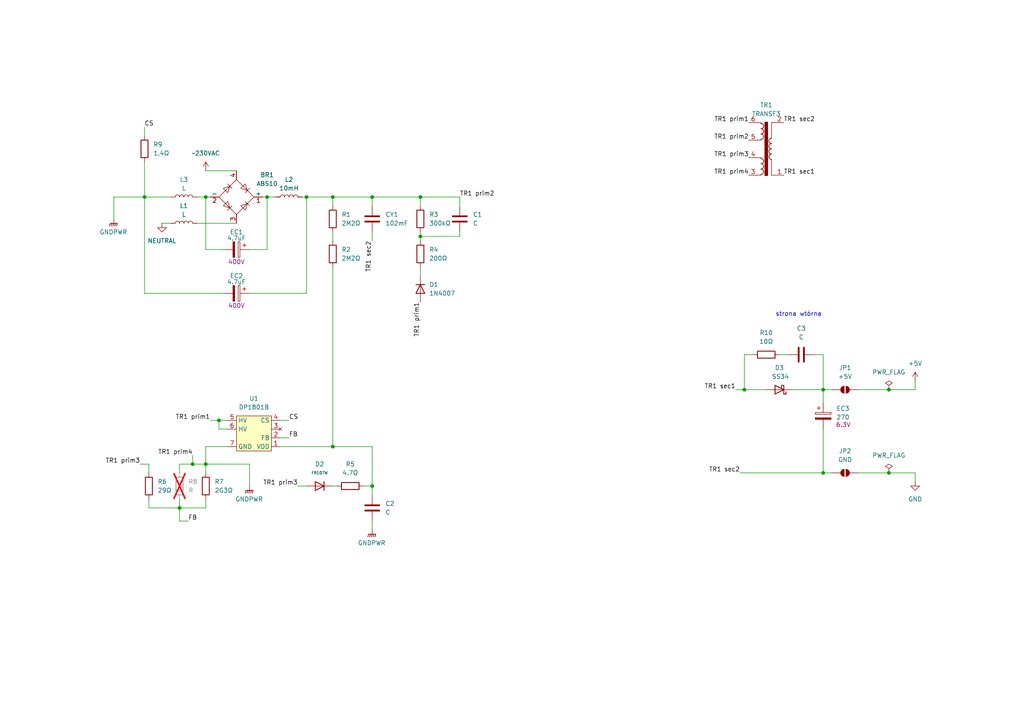
<source format=kicad_sch>
(kicad_sch (version 20250114) (generator "eeschema") (generator_version "9.0")
  (paper "A4")
  (title_block (title "air conditioner") (date "2025-07-06") (rev "0"))
  (lib_symbols
    (symbol "DP1801B:DP1801B"
      (property "Reference" "U" (at -3.81 8.89 0))
      (property "Value" "DP1801B" (at 0 6.35 0))
      (symbol "DP1801B_0_0"
        (pin power_in line (at -7.62 3.81 0) (length 2.54) (name "VDD") (number "1"))
        (pin input line (at -7.62 1.27 0) (length 2.54) (name "FB") (number "2"))
        (pin no_connect line (at -7.62 -1.27 0) (length 2.54) (name "") (number "3"))
        (pin input line (at -7.62 -3.81 0) (length 2.54) (name "CS") (number "4"))
        (pin power_in line (at 7.62 3.81 180) (length 2.54) (name "GND") (number "7"))
        (pin power_out line (at 7.62 -1.27 180) (length 2.54) (name "HV") (number "6"))
        (pin power_out line (at 7.62 -3.81 180) (length 2.54) (name "HV") (number "5"))
      )
      (symbol "DP1801B_0_1"
        (rectangle (start -5.08 5.08) (end 5.08 -5.08) (fill (type background)))
      )
    )
    (symbol "Device:C" (pin_numbers (hide yes)) (pin_names (offset 0.254))
      (property "Reference" "C" (at 0.635 2.54 0))
      (property "Value" "C" (at 0.635 -2.54 0))
      (symbol "C_0_1"
        (polyline (pts (xy -2.032 0.762) (xy 2.032 0.762)) (stroke (width 0.508)))
        (polyline (pts (xy -2.032 -0.762) (xy 2.032 -0.762)) (stroke (width 0.508)))
      )
      (symbol "C_1_1"
        (pin passive line (at 0 3.81 270) (length 2.794) (name "~") (number "1"))
        (pin passive line (at 0 -3.81 90) (length 2.794) (name "~") (number "2"))
      )
    )
    (symbol "Device:C_Polarized" (pin_numbers (hide yes)) (pin_names (offset 0.254))
      (property "Reference" "C" (at 0.635 2.54 0))
      (property "Value" "C_Polarized" (at 0.635 -2.54 0))
      (symbol "C_Polarized_0_1"
        (rectangle (start -2.286 0.508) (end 2.286 1.016))
        (polyline (pts (xy -1.778 2.286) (xy -0.762 2.286)))
        (polyline (pts (xy -1.27 2.794) (xy -1.27 1.778)))
        (rectangle (start 2.286 -0.508) (end -2.286 -1.016) (fill (type outline)))
      )
      (symbol "C_Polarized_1_1"
        (pin passive line (at 0 3.81 270) (length 2.794) (name "~") (number "1"))
        (pin passive line (at 0 -3.81 90) (length 2.794) (name "~") (number "2"))
      )
    )
    (symbol "Device:L" (pin_numbers (hide yes)) (pin_names (offset 1.016) (hide yes))
      (property "Reference" "L" (at -1.27 0 90))
      (property "Value" "L" (at 1.905 0 90))
      (symbol "L_0_1"
        (arc (start 0 2.54) (mid 0.6323 1.905) (end 0 1.27))
        (arc (start 0 1.27) (mid 0.6323 0.635) (end 0 0))
        (arc (start 0 0) (mid 0.6323 -0.635) (end 0 -1.27))
        (arc (start 0 -1.27) (mid 0.6323 -1.905) (end 0 -2.54))
      )
      (symbol "L_1_1"
        (pin passive line (at 0 3.81 270) (length 1.27) (name "1") (number "1"))
        (pin passive line (at 0 -3.81 90) (length 1.27) (name "2") (number "2"))
      )
    )
    (symbol "Device:R" (pin_numbers (hide yes)) (pin_names (offset 0))
      (property "Reference" "R" (at 2.032 0 90))
      (property "Value" "R" (at 0 0 90))
      (symbol "R_0_1"
        (rectangle (start -1.016 -2.54) (end 1.016 2.54) (stroke (width 0.254)))
      )
      (symbol "R_1_1"
        (pin passive line (at 0 3.81 270) (length 1.27) (name "~") (number "1"))
        (pin passive line (at 0 -3.81 90) (length 1.27) (name "~") (number "2"))
      )
    )
    (symbol "Diode:1N4007" (pin_numbers (hide yes)) (pin_names (hide yes))
      (property "Reference" "D" (at 0 2.54 0))
      (property "Value" "1N4007" (at 0 -2.54 0))
      (symbol "1N4007_0_1"
        (polyline (pts (xy -1.27 1.27) (xy -1.27 -1.27)) (stroke (width 0.254)))
        (polyline (pts (xy 1.27 1.27) (xy 1.27 -1.27) (xy -1.27 0) (xy 1.27 1.27)) (stroke (width 0.254)))
        (polyline (pts (xy 1.27 0) (xy -1.27 0)))
      )
      (symbol "1N4007_1_1"
        (pin passive line (at -3.81 0 0) (length 2.54) (name "K") (number "1"))
        (pin passive line (at 3.81 0 180) (length 2.54) (name "A") (number "2"))
      )
    )
    (symbol "Diode:SS34" (pin_numbers (hide yes)) (pin_names (offset 1.016) (hide yes))
      (property "Reference" "D" (at 0 2.54 0))
      (property "Value" "SS34" (at 0 -2.54 0))
      (symbol "SS34_0_1"
        (polyline (pts (xy -1.905 0.635) (xy -1.905 1.27) (xy -1.27 1.27) (xy -1.27 -1.27) (xy -0.635 -1.27) (xy -0.635 -0.635)) (stroke (width 0.254)))
        (polyline (pts (xy 1.27 1.27) (xy 1.27 -1.27) (xy -1.27 0) (xy 1.27 1.27)) (stroke (width 0.254)))
        (polyline (pts (xy 1.27 0) (xy -1.27 0)))
      )
      (symbol "SS34_1_1"
        (pin passive line (at -3.81 0 0) (length 2.54) (name "K") (number "1"))
        (pin passive line (at 3.81 0 180) (length 2.54) (name "A") (number "2"))
      )
    )
    (symbol "Diode_Bridge:ABS10" (pin_names (offset 0))
      (property "Reference" "D" (at 2.54 6.985 0))
      (property "Value" "ABS10" (at 2.54 5.08 0))
      (symbol "ABS10_0_1"
        (polyline (pts (xy -5.08 0) (xy 0 -5.08) (xy 5.08 0) (xy 0 5.08) (xy -5.08 0)))
        (polyline (pts (xy -3.81 2.54) (xy -2.54 1.27) (xy -1.905 3.175) (xy -3.81 2.54)))
        (polyline (pts (xy -2.54 3.81) (xy -1.27 2.54)))
        (polyline (pts (xy -2.54 -1.27) (xy -3.81 -2.54) (xy -1.905 -3.175) (xy -2.54 -1.27)))
        (polyline (pts (xy -1.27 -2.54) (xy -2.54 -3.81)))
        (polyline (pts (xy 1.27 2.54) (xy 2.54 3.81) (xy 3.175 1.905) (xy 1.27 2.54)))
        (polyline (pts (xy 2.54 1.27) (xy 3.81 2.54)))
        (polyline (pts (xy 2.54 -1.27) (xy 3.81 -2.54)))
        (polyline (pts (xy 3.175 -1.905) (xy 1.27 -2.54) (xy 2.54 -3.81) (xy 3.175 -1.905)))
      )
      (symbol "ABS10_1_1"
        (pin passive line (at -7.62 0 0) (length 2.54) (name "-") (number "2"))
        (pin passive line (at 0 7.62 270) (length 2.54) (name "~") (number "4"))
        (pin passive line (at 0 -7.62 90) (length 2.54) (name "~") (number "3"))
        (pin passive line (at 7.62 0 180) (length 2.54) (name "+") (number "1"))
      )
    )
    (symbol "Jumper:SolderJumper_2_Open" (pin_numbers (hide yes)) (pin_names (offset 0) (hide yes)) (in_bom no)
      (property "Reference" "JP" (at 0 2.032 0))
      (property "Value" "SolderJumper_2_Open" (at 0 -2.54 0))
      (symbol "SolderJumper_2_Open_0_1"
        (polyline (pts (xy -0.254 1.016) (xy -0.254 -1.016)))
        (arc (start -0.254 -1.016) (mid -1.2656 0) (end -0.254 1.016))
        (arc (start -0.254 -1.016) (mid -1.2656 0) (end -0.254 1.016) (fill (type outline)))
        (arc (start 0.254 1.016) (mid 1.2656 0) (end 0.254 -1.016))
        (arc (start 0.254 1.016) (mid 1.2656 0) (end 0.254 -1.016) (fill (type outline)))
        (polyline (pts (xy 0.254 1.016) (xy 0.254 -1.016)))
      )
      (symbol "SolderJumper_2_Open_1_1"
        (pin passive line (at -3.81 0 0) (length 2.54) (name "A") (number "1"))
        (pin passive line (at 3.81 0 180) (length 2.54) (name "B") (number "2"))
      )
    )
    (symbol "PCM_JLCPCB-Diodes:Recovery,FR107W" (pin_numbers (hide yes)) (pin_names (offset 0))
      (property "Reference" "D" (at 2.032 0.834 0))
      (property "Value" "FR107W" (at 2.032 -1.2122 0))
      (symbol "Recovery,FR107W_0_1"
        (polyline (pts (xy -1.27 1.27) (xy 0 -1.27) (xy 1.27 1.27) (xy -1.27 1.27)) (stroke (width 0.254)))
        (polyline (pts (xy -1.27 -1.27) (xy 1.27 -1.27)) (stroke (width 0.254)))
      )
      (symbol "Recovery,FR107W_1_1"
        (pin passive line (at 0 3.81 270) (length 3.81) (name "~") (number "2"))
        (pin passive line (at 0 -3.81 90) (length 3.81) (name "~") (number "1"))
      )
    )
    (symbol "Transformer:TRANSF3" (pin_names (offset 0))
      (property "Reference" "TR" (at 0 8.89 0))
      (property "Value" "TRANSF3" (at 0 -8.89 0))
      (symbol "TRANSF3_0_1"
        (polyline (pts (xy -2.54 -7.62) (xy -1.524 -7.62) (xy -1.524 -3.048) (xy -1.524 -4.318)))
        (arc (start -1.524 3.048) (mid -0.7653 2.286) (end -1.524 1.524) (stroke (width 0.2032)))
        (arc (start -1.524 1.524) (mid -0.7653 0.762) (end -1.524 0) (stroke (width 0.2032)))
        (arc (start -1.524 0) (mid -0.7653 -0.762) (end -1.524 -1.524) (stroke (width 0.2032)))
        (arc (start -1.524 -1.524) (mid -0.7653 -2.286) (end -1.524 -3.048) (stroke (width 0.2032)))
        (polyline (pts (xy -1.524 3.048) (xy -1.524 7.62) (xy -2.54 7.62)))
        (rectangle (start -0.254 7.62) (end 0.254 -7.62) (stroke (width 0.508)) (fill (type outline)))
        (polyline (pts (xy 1.524 7.62) (xy 1.524 7.366) (xy 1.524 7.366)) (fill (type outline)))
        (polyline (pts (xy 1.524 7.62) (xy 2.54 7.62) (xy 2.54 7.62)))
        (polyline (pts (xy 1.524 2.54) (xy 1.524 2.794) (xy 1.524 2.794)) (fill (type outline)))
        (polyline (pts (xy 1.524 2.54) (xy 2.54 2.54) (xy 2.54 2.54)))
        (polyline (pts (xy 1.524 -2.54) (xy 1.524 -2.794) (xy 1.524 -2.794)) (fill (type outline)))
        (polyline (pts (xy 1.524 -2.54) (xy 2.54 -2.54) (xy 2.54 -2.54)))
        (polyline (pts (xy 1.524 -7.366) (xy 1.524 -7.62) (xy 1.524 -7.62)) (fill (type outline)))
        (arc (start 1.524 5.842) (mid 0.7653 6.604) (end 1.524 7.366) (stroke (width 0.2032)))
        (arc (start 1.524 4.318) (mid 0.7653 5.08) (end 1.524 5.842) (stroke (width 0.2032)))
        (arc (start 1.524 2.794) (mid 0.7653 3.556) (end 1.524 4.318) (stroke (width 0.2032)))
        (arc (start 1.524 -4.318) (mid 0.7653 -3.556) (end 1.524 -2.794) (stroke (width 0.2032)))
        (arc (start 1.524 -5.842) (mid 0.7653 -5.08) (end 1.524 -4.318) (stroke (width 0.2032)))
        (arc (start 1.524 -7.366) (mid 0.7653 -6.604) (end 1.524 -5.842) (stroke (width 0.2032)))
        (polyline (pts (xy 2.54 -7.62) (xy 1.524 -7.62) (xy 1.524 -7.62)))
      )
      (symbol "TRANSF3_1_1"
        (pin passive line (at -5.08 7.62 0) (length 2.54) (name "~") (number "1"))
        (pin passive line (at -5.08 -7.62 0) (length 2.54) (name "~") (number "2"))
        (pin passive line (at 5.08 7.62 180) (length 2.54) (name "~") (number "3"))
        (pin passive line (at 5.08 2.54 180) (length 2.54) (name "~") (number "4"))
        (pin passive line (at 5.08 -2.54 180) (length 2.54) (name "~") (number "5"))
        (pin passive line (at 5.08 -7.62 180) (length 2.54) (name "~") (number "6"))
      )
    )
    (symbol "power:+1V0" (power) (pin_numbers (hide yes)) (pin_names (offset 0) (hide yes))
      (property "Value" "+1V0" (at 0 3.556 0))
      (symbol "+1V0_0_1"
        (polyline (pts (xy -0.762 1.27) (xy 0 2.54)))
        (polyline (pts (xy 0 2.54) (xy 0.762 1.27)))
        (polyline (pts (xy 0 0) (xy 0 2.54)))
      )
      (symbol "+1V0_1_1"
        (pin power_in line (at 0 0 90) (length 0) (name "~") (number "1"))
      )
    )
    (symbol "power:+5V" (power) (pin_numbers (hide yes)) (pin_names (offset 0) (hide yes))
      (property "Value" "+5V" (at 0 3.556 0))
      (symbol "+5V_0_1"
        (polyline (pts (xy -0.762 1.27) (xy 0 2.54)))
        (polyline (pts (xy 0 2.54) (xy 0.762 1.27)))
        (polyline (pts (xy 0 0) (xy 0 2.54)))
      )
      (symbol "+5V_1_1"
        (pin power_in line (at 0 0 90) (length 0) (name "~") (number "1"))
      )
    )
    (symbol "power:GND" (power) (pin_numbers (hide yes)) (pin_names (offset 0) (hide yes))
      (property "Value" "GND" (at 0 -3.81 0))
      (symbol "GND_0_1"
        (polyline (pts (xy 0 0) (xy 0 -1.27) (xy 1.27 -1.27) (xy 0 -2.54) (xy -1.27 -1.27) (xy 0 -1.27)))
      )
      (symbol "GND_1_1"
        (pin power_in line (at 0 0 270) (length 0) (name "~") (number "1"))
      )
    )
    (symbol "power:GNDPWR" (power) (pin_numbers (hide yes)) (pin_names (offset 0) (hide yes))
      (property "Value" "GNDPWR" (at 0 -3.302 0))
      (symbol "GNDPWR_0_1"
        (polyline (pts (xy -1.016 -1.27) (xy -1.27 -2.032) (xy -1.27 -2.032)) (stroke (width 0.2032)))
        (polyline (pts (xy -0.508 -1.27) (xy -0.762 -2.032) (xy -0.762 -2.032)) (stroke (width 0.2032)))
        (polyline (pts (xy 0 -1.27) (xy 0 0)))
        (polyline (pts (xy 0 -1.27) (xy -0.254 -2.032) (xy -0.254 -2.032)) (stroke (width 0.2032)))
        (polyline (pts (xy 0.508 -1.27) (xy 0.254 -2.032) (xy 0.254 -2.032)) (stroke (width 0.2032)))
        (polyline (pts (xy 1.016 -1.27) (xy -1.016 -1.27) (xy -1.016 -1.27)) (stroke (width 0.2032)))
        (polyline (pts (xy 1.016 -1.27) (xy 0.762 -2.032) (xy 0.762 -2.032) (xy 0.762 -2.032)) (stroke (width 0.2032)))
      )
      (symbol "GNDPWR_1_1"
        (pin power_in line (at 0 0 270) (length 0) (name "~") (number "1"))
      )
    )
    (symbol "power:PWR_FLAG" (power) (pin_numbers (hide yes)) (pin_names (offset 0) (hide yes))
      (property "Value" "PWR_FLAG" (at 0 3.81 0))
      (symbol "PWR_FLAG_0_0"
        (pin power_out line (at 0 0 90) (length 0) (name "~") (number "1"))
      )
      (symbol "PWR_FLAG_0_1"
        (polyline (pts (xy 0 0) (xy 0 1.27) (xy -1.016 1.905) (xy 0 2.54) (xy 1.016 1.905) (xy 0 1.27)))
      )
    )
  )
  (text "strona wtórna" (at 231.648 91.186 0) (effects (font (size 1.27 1.27))))
  (junction (at 107.95 57.15))
  (junction (at 63.5 121.92))
  (junction (at 257.81 137.16))
  (junction (at 107.95 140.97))
  (junction (at 121.92 68.58))
  (junction (at 77.47 57.15))
  (junction (at 59.69 134.62))
  (junction (at 55.88 134.62))
  (junction (at 96.52 129.54))
  (junction (at 52.07 147.32))
  (junction (at 121.92 57.15))
  (junction (at 215.9 113.03))
  (junction (at 88.9 57.15))
  (junction (at 41.91 57.15))
  (junction (at 238.76 137.16))
  (junction (at 59.69 57.15))
  (junction (at 96.52 57.15))
  (junction (at 257.81 113.03))
  (junction (at 238.76 113.03))
  (wire (pts (xy 121.92 57.15) (xy 133.35 57.15)))
  (wire (pts (xy 59.69 57.15) (xy 60.96 57.15)))
  (wire (pts (xy 229.87 113.03) (xy 238.76 113.03)))
  (wire (pts (xy 41.91 46.99) (xy 41.91 57.15)))
  (wire (pts (xy 59.69 129.54) (xy 66.04 129.54)))
  (wire (pts (xy 63.5 124.46) (xy 66.04 124.46)))
  (wire (pts (xy 88.9 57.15) (xy 88.9 85.09)))
  (wire (pts (xy 33.02 57.15) (xy 41.91 57.15)))
  (wire (pts (xy 265.43 110.49) (xy 265.43 113.03)))
  (wire (pts (xy 60.96 121.92) (xy 63.5 121.92)))
  (wire (pts (xy 59.69 49.53) (xy 68.58 49.53)))
  (wire (pts (xy 265.43 113.03) (xy 257.81 113.03)))
  (wire (pts (xy 43.18 147.32) (xy 52.07 147.32)))
  (wire (pts (xy 83.82 121.92) (xy 81.28 121.92)))
  (wire (pts (xy 72.39 72.39) (xy 77.47 72.39)))
  (wire (pts (xy 214.63 137.16) (xy 238.76 137.16)))
  (wire (pts (xy 59.69 144.78) (xy 59.69 147.32)))
  (wire (pts (xy 64.77 72.39) (xy 59.69 72.39)))
  (wire (pts (xy 59.69 72.39) (xy 59.69 57.15)))
  (wire (pts (xy 72.39 140.97) (xy 72.39 134.62)))
  (wire (pts (xy 265.43 139.7) (xy 265.43 137.16)))
  (wire (pts (xy 43.18 134.62) (xy 43.18 137.16)))
  (wire (pts (xy 107.95 69.85) (xy 107.95 67.31)))
  (wire (pts (xy 40.64 134.62) (xy 43.18 134.62)))
  (wire (pts (xy 88.9 85.09) (xy 72.39 85.09)))
  (wire (pts (xy 121.92 77.47) (xy 121.92 80.01)))
  (wire (pts (xy 248.92 137.16) (xy 257.81 137.16)))
  (wire (pts (xy 96.52 57.15) (xy 107.95 57.15)))
  (wire (pts (xy 96.52 59.69) (xy 96.52 57.15)))
  (wire (pts (xy 59.69 134.62) (xy 59.69 129.54)))
  (wire (pts (xy 96.52 140.97) (xy 97.79 140.97)))
  (wire (pts (xy 121.92 59.69) (xy 121.92 57.15)))
  (wire (pts (xy 52.07 147.32) (xy 59.69 147.32)))
  (wire (pts (xy 59.69 134.62) (xy 59.69 137.16)))
  (wire (pts (xy 55.88 132.08) (xy 55.88 134.62)))
  (wire (pts (xy 87.63 57.15) (xy 88.9 57.15)))
  (wire (pts (xy 57.15 57.15) (xy 59.69 57.15)))
  (wire (pts (xy 215.9 113.03) (xy 222.25 113.03)))
  (wire (pts (xy 215.9 102.87) (xy 215.9 113.03)))
  (wire (pts (xy 107.95 59.69) (xy 107.95 57.15)))
  (wire (pts (xy 133.35 68.58) (xy 121.92 68.58)))
  (wire (pts (xy 105.41 140.97) (xy 107.95 140.97)))
  (wire (pts (xy 121.92 67.31) (xy 121.92 68.58)))
  (wire (pts (xy 86.36 140.97) (xy 88.9 140.97)))
  (wire (pts (xy 228.6 102.87) (xy 226.06 102.87)))
  (wire (pts (xy 46.99 64.77) (xy 49.53 64.77)))
  (wire (pts (xy 238.76 137.16) (xy 241.3 137.16)))
  (wire (pts (xy 133.35 67.31) (xy 133.35 68.58)))
  (wire (pts (xy 238.76 124.46) (xy 238.76 137.16)))
  (wire (pts (xy 248.92 113.03) (xy 257.81 113.03)))
  (wire (pts (xy 43.18 144.78) (xy 43.18 147.32)))
  (wire (pts (xy 238.76 102.87) (xy 238.76 113.03)))
  (wire (pts (xy 238.76 116.84) (xy 238.76 113.03)))
  (wire (pts (xy 96.52 57.15) (xy 88.9 57.15)))
  (wire (pts (xy 81.28 129.54) (xy 96.52 129.54)))
  (wire (pts (xy 52.07 144.78) (xy 52.07 147.32)))
  (wire (pts (xy 107.95 153.67) (xy 107.95 151.13)))
  (wire (pts (xy 77.47 57.15) (xy 80.01 57.15)))
  (wire (pts (xy 72.39 134.62) (xy 59.69 134.62)))
  (wire (pts (xy 63.5 121.92) (xy 66.04 121.92)))
  (wire (pts (xy 41.91 85.09) (xy 41.91 57.15)))
  (wire (pts (xy 107.95 140.97) (xy 107.95 143.51)))
  (wire (pts (xy 83.82 127) (xy 81.28 127)))
  (wire (pts (xy 107.95 57.15) (xy 121.92 57.15)))
  (wire (pts (xy 236.22 102.87) (xy 238.76 102.87)))
  (wire (pts (xy 64.77 85.09) (xy 41.91 85.09)))
  (wire (pts (xy 77.47 72.39) (xy 77.47 57.15)))
  (wire (pts (xy 213.36 113.03) (xy 215.9 113.03)))
  (wire (pts (xy 52.07 137.16) (xy 52.07 134.62)))
  (wire (pts (xy 52.07 134.62) (xy 55.88 134.62)))
  (wire (pts (xy 63.5 121.92) (xy 63.5 124.46)))
  (wire (pts (xy 218.44 102.87) (xy 215.9 102.87)))
  (wire (pts (xy 96.52 77.47) (xy 96.52 129.54)))
  (wire (pts (xy 96.52 129.54) (xy 107.95 129.54)))
  (wire (pts (xy 121.92 68.58) (xy 121.92 69.85)))
  (wire (pts (xy 76.2 57.15) (xy 77.47 57.15)))
  (wire (pts (xy 57.15 64.77) (xy 68.58 64.77)))
  (wire (pts (xy 54.61 151.13) (xy 52.07 151.13)))
  (wire (pts (xy 265.43 137.16) (xy 257.81 137.16)))
  (wire (pts (xy 41.91 57.15) (xy 49.53 57.15)))
  (wire (pts (xy 41.91 36.83) (xy 41.91 39.37)))
  (wire (pts (xy 107.95 129.54) (xy 107.95 140.97)))
  (wire (pts (xy 96.52 67.31) (xy 96.52 69.85)))
  (wire (pts (xy 133.35 59.69) (xy 133.35 57.15)))
  (wire (pts (xy 33.02 63.5) (xy 33.02 57.15)))
  (wire (pts (xy 52.07 151.13) (xy 52.07 147.32)))
  (wire (pts (xy 55.88 134.62) (xy 59.69 134.62)))
  (wire (pts (xy 238.76 113.03) (xy 241.3 113.03)))
  (label "TR1 prim4" (at 55.88 132.08 180))
  (label "TR1 prim1" (at 60.96 121.92 180))
  (label "TR1 prim3" (at 86.36 140.97 180))
  (label "TR1 prim4" (at 217.17 50.8 180))
  (label "TR1 prim1" (at 217.17 35.56 180))
  (label "CS" (at 41.91 36.83 0))
  (label "FB" (at 83.82 127 0))
  (label "TR1 sec2" (at 214.63 137.16 180))
  (label "TR1 prim3" (at 40.64 134.62 180))
  (label "TR1 sec1" (at 227.33 50.8 0))
  (label "TR1 prim2" (at 133.35 57.15 0))
  (label "TR1 sec1" (at 213.36 113.03 180))
  (label "TR1 sec2" (at 227.33 35.56 0))
  (label "TR1 sec2" (at 107.95 69.85 270))
  (label "TR1 prim1" (at 121.92 87.63 270))
  (label "TR1 prim3" (at 217.17 45.72 180))
  (label "TR1 prim2" (at 217.17 40.64 180))
  (label "FB" (at 54.61 151.13 0))
  (label "CS" (at 83.82 121.92 0))
  (symbol (lib_id "Device:L") (at 83.82 57.15 90) (unit 1)
    (property "Reference" "L2" (at 83.82 52.07 90))
    (property "Value" "10mH" (at 83.82 54.61 90))
    (property "Footprint" "Inductor_THT:L_Axial_L7.0mm_D3.3mm_P12.70mm_Horizontal_Fastron_MICC" (effects (hide yes)))
    (property "Description" "Inductor" (effects (hide yes)))
  )
  (symbol (lib_id "power:GNDPWR") (at 72.39 140.97 0) (unit 1)
    (property "Reference" "#PWR05" (effects (hide yes)))
    (property "Value" "GNDPWR" (at 72.263 144.78 0))
    (property "Description" "Power symbol creates a global label with name \"GNDPWR\" , global ground" (effects (hide yes)))
  )
  (symbol (lib_id "Jumper:SolderJumper_2_Open") (at 245.11 113.03 0) (unit 1) (in_bom no)
    (property "Reference" "JP1" (at 245.11 106.68 0))
    (property "Value" "+5V" (at 245.11 109.22 0))
    (property "Footprint" "Jumper:SolderJumper-2_P1.3mm_Open_RoundedPad1.0x1.5mm" (effects (hide yes)))
    (property "Description" "Solder Jumper, 2-pole, open" (effects (hide yes)))
  )
  (symbol (lib_id "Device:R") (at 121.92 73.66 0) (unit 1)
    (property "Reference" "R4" (at 124.46 72.3899 0) (effects (justify left)))
    (property "Value" "200Ω" (at 124.46 74.9299 0) (effects (justify left)))
    (property "Footprint" "Resistor_SMD:R_1206_3216Metric_Pad1.30x1.75mm_HandSolder" (effects (hide yes)))
    (property "Description" "Resistor" (effects (hide yes)))
  )
  (symbol (lib_id "Device:R") (at 222.25 102.87 270) (unit 1)
    (property "Reference" "R10" (at 222.25 96.52 90))
    (property "Value" "10Ω" (at 222.25 99.06 90))
    (property "Footprint" "Resistor_SMD:R_0603_1608Metric_Pad0.98x0.95mm_HandSolder" (effects (hide yes)))
    (property "Description" "Resistor" (effects (hide yes)))
  )
  (symbol (lib_id "Device:R") (at 43.18 140.97 0) (unit 1)
    (property "Reference" "R6" (at 45.72 139.6999 0) (effects (justify left)))
    (property "Value" "29Ω" (at 45.72 142.2399 0) (effects (justify left)))
    (property "Footprint" "Resistor_SMD:R_0603_1608Metric_Pad0.98x0.95mm_HandSolder" (effects (hide yes)))
    (property "Description" "Resistor" (effects (hide yes)))
  )
  (symbol (lib_id "power:+1V0") (at 59.69 49.53 0) (unit 1)
    (property "Reference" "#PWR01" (effects (hide yes)))
    (property "Value" "~230VAC" (at 59.69 44.45 0))
    (property "Description" "Power symbol creates a global label with name \"+1V0\"" (effects (hide yes)))
  )
  (symbol (lib_id "Diode_Bridge:ABS10") (at 68.58 57.15 0) (unit 1)
    (property "Reference" "BR1" (at 77.47 50.7298 0))
    (property "Value" "ABS10" (at 77.47 53.2698 0))
    (property "Footprint" "Diode_SMD:Diode_Bridge_Diotec_ABS" (effects (hide yes)))
    (property "Datasheet" "https://diotec.com/tl_files/diotec/files/pdf/datasheets/abs2.pdf" (effects (hide yes)))
    (property "Description" "Miniature Glass Passivated Single-Phase Surface Mount Bridge Rectifiers, 700V Vrms, 0.8A If, ABS SMD package" (effects (hide yes)))
  )
  (symbol (lib_id "Device:C") (at 107.95 63.5 0) (unit 1)
    (property "Reference" "CY1" (at 111.76 62.2299 0) (effects (justify left)))
    (property "Value" "102mF" (at 111.76 64.7699 0) (effects (justify left)))
    (property "Footprint" "Capacitor_THT:C_Disc_D8.0mm_W5.0mm_P7.50mm" (effects (hide yes)))
    (property "Description" "Unpolarized capacitor" (effects (hide yes)))
  )
  (symbol (lib_id "Device:R") (at 52.07 140.97 0) (unit 1) (dnp yes)
    (property "Reference" "R8" (at 54.61 139.6999 0) (effects (justify left)))
    (property "Value" "R" (at 54.61 142.2399 0) (effects (justify left)))
    (property "Footprint" "Resistor_SMD:R_0603_1608Metric_Pad0.98x0.95mm_HandSolder" (effects (hide yes)))
    (property "Description" "Resistor" (effects (hide yes)))
  )
  (symbol (lib_id "power:PWR_FLAG") (at 257.81 137.16 0) (unit 1)
    (property "Reference" "#FLG02" (effects (hide yes)))
    (property "Value" "PWR_FLAG" (at 257.81 132.08 0))
    (property "Description" "Special symbol for telling ERC where power comes from" (effects (hide yes)))
  )
  (symbol (lib_id "Diode:SS34") (at 226.06 113.03 180) (unit 1)
    (property "Reference" "D3" (at 226.06 106.68 0))
    (property "Value" "SS34" (at 226.3775 109.22 0))
    (property "Footprint" "Diode_SMD:D_SMA" (effects (hide yes)))
    (property "Datasheet" "https://www.vishay.com/docs/88751/ss32.pdf" (effects (hide yes)))
    (property "Description" "40V 3A Schottky Diode, SMA" (effects (hide yes)))
  )
  (symbol (lib_id "PCM_JLCPCB-Diodes:Recovery,FR107W") (at 92.71 140.97 90) (unit 1)
    (property "Reference" "D2" (at 92.71 134.62 90))
    (property "Value" "FR107W" (at 92.71 137.16 90) (effects (font (size 0.8 0.8))))
    (property "Footprint" "PCM_JLCPCB:D_SOD-123FL" (effects (hide yes)))
    (property "Datasheet" "https://wmsc.lcsc.com/wmsc/upload/file/pdf/v2/lcsc/2309251425_hongjiacheng-FR107W_C18199114.pdf" (effects (hide yes)))
    (property "Description" "1.3V@1.0A 500ns Independent Type 1A 1kV SOD-123FL Fast Recovery / High Efficiency Diodes ROHS" (effects (hide yes)))
    (property "LCSC" "C18199114" (effects (hide yes)))
    (property "Stock" "32843" (effects (hide yes)))
    (property "Price" "0.010USD" (effects (hide yes)))
    (property "Process" "SMT" (effects (hide yes)))
    (property "Minimum Qty" "15" (effects (hide yes)))
    (property "Attrition Qty" "4" (effects (hide yes)))
    (property "Class" "Preferred Component" (effects (hide yes)))
    (property "Category" "Diodes,Fast Recovery / High Efficiency Diodes" (effects (hide yes)))
    (property "Manufacturer" "hongjiacheng" (effects (hide yes)))
    (property "Part" "FR107W" (effects (hide yes)))
    (property "Voltage - Forward(Vf@If)" "1.3V@1.0A" (effects (hide yes)))
    (property "Operating Temperature" "-55°C~+150°C" (effects (hide yes)))
    (property "Voltage - DC Reverse(Vr)" "1000V" (effects (hide yes)))
    (property "Reverse Recovery Time (trr)" "500ns" (effects (hide yes)))
    (property "Diode Configuration" "Independent Type" (effects (hide yes)))
    (property "Current - Rectified" "1A" (effects (hide yes)))
    (property "Reverse Leakage Current (Ir)" "2uA@1000V" (effects (hide yes)))
  )
  (symbol (lib_id "power:GNDPWR") (at 107.95 153.67 0) (unit 1)
    (property "Reference" "#PWR04" (effects (hide yes)))
    (property "Value" "GNDPWR" (at 107.823 157.48 0))
    (property "Description" "Power symbol creates a global label with name \"GNDPWR\" , global ground" (effects (hide yes)))
  )
  (symbol (lib_id "Device:C") (at 133.35 63.5 0) (unit 1)
    (property "Reference" "C1" (at 137.16 62.2299 0) (effects (justify left)))
    (property "Value" "C" (at 137.16 64.7699 0) (effects (justify left)))
    (property "Footprint" "Capacitor_SMD:C_1206_3216Metric_Pad1.33x1.80mm_HandSolder" (effects (hide yes)))
    (property "Description" "Unpolarized capacitor" (effects (hide yes)))
  )
  (symbol (lib_id "Device:R") (at 41.91 43.18 0) (unit 1)
    (property "Reference" "R9" (at 44.45 41.9099 0) (effects (justify left)))
    (property "Value" "1.4Ω" (at 44.45 44.4499 0) (effects (justify left)))
    (property "Footprint" "Resistor_SMD:R_1206_3216Metric_Pad1.30x1.75mm_HandSolder" (effects (hide yes)))
    (property "Description" "Resistor" (effects (hide yes)))
  )
  (symbol (lib_id "Device:C_Polarized") (at 238.76 120.65 0) (unit 1)
    (property "Reference" "EC3" (at 242.57 118.4909 0) (effects (justify left)))
    (property "Value" "270" (at 242.57 121.0309 0) (effects (justify left)))
    (property "Footprint" "Capacitor_THT:CP_Radial_D5.0mm_P2.50mm" (effects (hide yes)))
    (property "Description" "Polarized capacitor" (effects (hide yes)))
    (property "voltage" "6.3V" (at 244.602 123.19 0))
  )
  (symbol (lib_id "Device:L") (at 53.34 64.77 90) (unit 1)
    (property "Reference" "L1" (at 53.34 59.69 90))
    (property "Value" "L" (at 53.34 62.23 90))
    (property "Footprint" "Inductor_THT:L_Axial_L9.5mm_D4.0mm_P12.70mm_Horizontal_Fastron_SMCC" (effects (hide yes)))
    (property "Description" "Inductor" (effects (hide yes)))
  )
  (symbol (lib_id "Jumper:SolderJumper_2_Open") (at 245.11 137.16 0) (unit 1) (in_bom no)
    (property "Reference" "JP2" (at 245.11 130.81 0))
    (property "Value" "GND" (at 245.11 133.35 0))
    (property "Footprint" "Jumper:SolderJumper-2_P1.3mm_Open_RoundedPad1.0x1.5mm" (effects (hide yes)))
    (property "Description" "Solder Jumper, 2-pole, open" (effects (hide yes)))
  )
  (symbol (lib_id "Device:C") (at 107.95 147.32 0) (unit 1)
    (property "Reference" "C2" (at 111.76 146.0499 0) (effects (justify left)))
    (property "Value" "C" (at 111.76 148.5899 0) (effects (justify left)))
    (property "Footprint" "Capacitor_SMD:C_0805_2012Metric_Pad1.18x1.45mm_HandSolder" (effects (hide yes)))
    (property "Description" "Unpolarized capacitor" (effects (hide yes)))
  )
  (symbol (lib_id "Device:C") (at 232.41 102.87 270) (unit 1)
    (property "Reference" "C3" (at 232.41 95.25 90))
    (property "Value" "C" (at 232.41 97.79 90))
    (property "Footprint" "Capacitor_SMD:C_0603_1608Metric_Pad1.08x0.95mm_HandSolder" (effects (hide yes)))
    (property "Description" "Unpolarized capacitor" (effects (hide yes)))
  )
  (symbol (lib_id "power:+5V") (at 265.43 110.49 0) (unit 1)
    (property "Reference" "#PWR07" (effects (hide yes)))
    (property "Value" "+5V" (at 265.43 105.41 0))
    (property "Description" "Power symbol creates a global label with name \"+5V\"" (effects (hide yes)))
  )
  (symbol (lib_id "Device:R") (at 101.6 140.97 270) (unit 1)
    (property "Reference" "R5" (at 101.6 134.62 90))
    (property "Value" "4.7Ω" (at 101.6 137.16 90))
    (property "Footprint" "Resistor_SMD:R_1206_3216Metric_Pad1.30x1.75mm_HandSolder" (effects (hide yes)))
    (property "Description" "Resistor" (effects (hide yes)))
  )
  (symbol (lib_id "Device:R") (at 59.69 140.97 0) (unit 1)
    (property "Reference" "R7" (at 62.23 139.6999 0) (effects (justify left)))
    (property "Value" "2G3Ω" (at 62.23 142.2399 0) (effects (justify left)))
    (property "Footprint" "Resistor_SMD:R_0603_1608Metric_Pad0.98x0.95mm_HandSolder" (effects (hide yes)))
    (property "Description" "Resistor" (effects (hide yes)))
  )
  (symbol (lib_id "power:GND") (at 265.43 139.7 0) (unit 1)
    (property "Reference" "#PWR06" (effects (hide yes)))
    (property "Value" "GND" (at 265.43 144.78 0))
    (property "Description" "Power symbol creates a global label with name \"GND\" , ground" (effects (hide yes)))
  )
  (symbol (lib_id "Diode:1N4007") (at 121.92 83.82 270) (unit 1)
    (property "Reference" "D1" (at 124.46 82.5499 90) (effects (justify left)))
    (property "Value" "1N4007" (at 124.46 85.0899 90) (effects (justify left)))
    (property "Footprint" "Diode_SMD:D_SOD-123F" (effects (hide yes)))
    (property "Datasheet" "http://www.vishay.com/docs/88503/1n4001.pdf" (effects (hide yes)))
    (property "Description" "1000V 1A General Purpose Rectifier Diode, DO-41" (effects (hide yes)))
    (property "Sim.Device" "D" (effects (hide yes)))
    (property "Sim.Pins" "1=K 2=A" (effects (hide yes)))
  )
  (symbol (lib_id "Device:C_Polarized") (at 68.58 72.39 270) (unit 1)
    (property "Reference" "EC1" (at 68.58 67.31 90))
    (property "Value" "4.7uF" (at 68.58 69.088 90))
    (property "Footprint" "Capacitor_THT:CP_Radial_D6.3mm_P2.50mm" (effects (hide yes)))
    (property "Description" "Polarized capacitor" (effects (hide yes)))
    (property "voltage" "400V" (at 68.58 75.946 90))
  )
  (symbol (lib_id "Device:R") (at 121.92 63.5 0) (unit 1)
    (property "Reference" "R3" (at 124.46 62.2299 0) (effects (justify left)))
    (property "Value" "300kΩ" (at 124.46 64.7699 0) (effects (justify left)))
    (property "Footprint" "Resistor_SMD:R_1206_3216Metric_Pad1.30x1.75mm_HandSolder" (effects (hide yes)))
    (property "Description" "Resistor" (effects (hide yes)))
  )
  (symbol (lib_id "Device:C_Polarized") (at 68.58 85.09 270) (unit 1)
    (property "Reference" "EC2" (at 68.58 80.01 90))
    (property "Value" "4.7uF" (at 68.58 81.788 90))
    (property "Footprint" "Capacitor_THT:CP_Radial_D6.3mm_P2.50mm" (effects (hide yes)))
    (property "Description" "Polarized capacitor" (effects (hide yes)))
    (property "voltage" "400V" (at 68.58 88.646 90))
  )
  (symbol (lib_id "power:GNDPWR") (at 33.02 63.5 0) (unit 1)
    (property "Reference" "#PWR03" (effects (hide yes)))
    (property "Value" "GNDPWR" (at 32.893 67.31 0))
    (property "Description" "Power symbol creates a global label with name \"GNDPWR\" , global ground" (effects (hide yes)))
  )
  (symbol (lib_id "power:PWR_FLAG") (at 257.81 113.03 0) (unit 1)
    (property "Reference" "#FLG01" (effects (hide yes)))
    (property "Value" "PWR_FLAG" (at 257.81 107.95 0))
    (property "Description" "Special symbol for telling ERC where power comes from" (effects (hide yes)))
  )
  (symbol (lib_id "DP1801B:DP1801B") (at 73.66 125.73 180) (unit 1)
    (property "Reference" "U1" (at 73.66 115.57 0))
    (property "Value" "DP1801B" (at 73.66 118.11 0))
    (property "Footprint" "sop-7-1.270mm:sop-7-1.270mm" (effects (hide yes)))
    (property "Datasheet" "http://www.ysxdz.com/uploads/201706/5954acab0c9b3.pdf" (effects (hide yes)))
    (property "Description" "Quasi-Resonant PSR CC/CV PWM Power Switch" (effects (hide yes)))
  )
  (symbol (lib_id "Transformer:TRANSF3") (at 222.25 43.18 180) (unit 1)
    (property "Reference" "TR1" (at 222.25 30.48 0))
    (property "Value" "TRANSF3" (at 222.25 33.02 0))
    (property "Footprint" "Library:unknown transformer" (effects (hide yes)))
  )
  (symbol (lib_id "Device:R") (at 96.52 63.5 0) (unit 1)
    (property "Reference" "R1" (at 99.06 62.2299 0) (effects (justify left)))
    (property "Value" "2M2Ω" (at 99.06 64.7699 0) (effects (justify left)))
    (property "Footprint" "Resistor_SMD:R_1206_3216Metric_Pad1.30x1.75mm_HandSolder" (effects (hide yes)))
    (property "Description" "Resistor" (effects (hide yes)))
  )
  (symbol (lib_id "Device:L") (at 53.34 57.15 90) (unit 1)
    (property "Reference" "L3" (at 53.34 52.07 90))
    (property "Value" "L" (at 53.34 54.61 90))
    (property "Footprint" "Inductor_SMD:L_0805_2012Metric_Pad1.05x1.20mm_HandSolder" (effects (hide yes)))
    (property "Description" "Inductor" (effects (hide yes)))
  )
  (symbol (lib_id "Device:R") (at 96.52 73.66 0) (unit 1)
    (property "Reference" "R2" (at 99.06 72.3899 0) (effects (justify left)))
    (property "Value" "2M2Ω" (at 99.06 74.9299 0) (effects (justify left)))
    (property "Footprint" "Resistor_SMD:R_1206_3216Metric_Pad1.30x1.75mm_HandSolder" (effects (hide yes)))
    (property "Description" "Resistor" (effects (hide yes)))
  )
  (symbol (lib_id "power:GND") (at 46.99 64.77 0) (unit 1)
    (property "Reference" "#PWR02" (effects (hide yes)))
    (property "Value" "NEUTRAL" (at 46.99 69.85 0))
    (property "Description" "Power symbol creates a global label with name \"GND\" , ground" (effects (hide yes)))
  )
)
</source>
